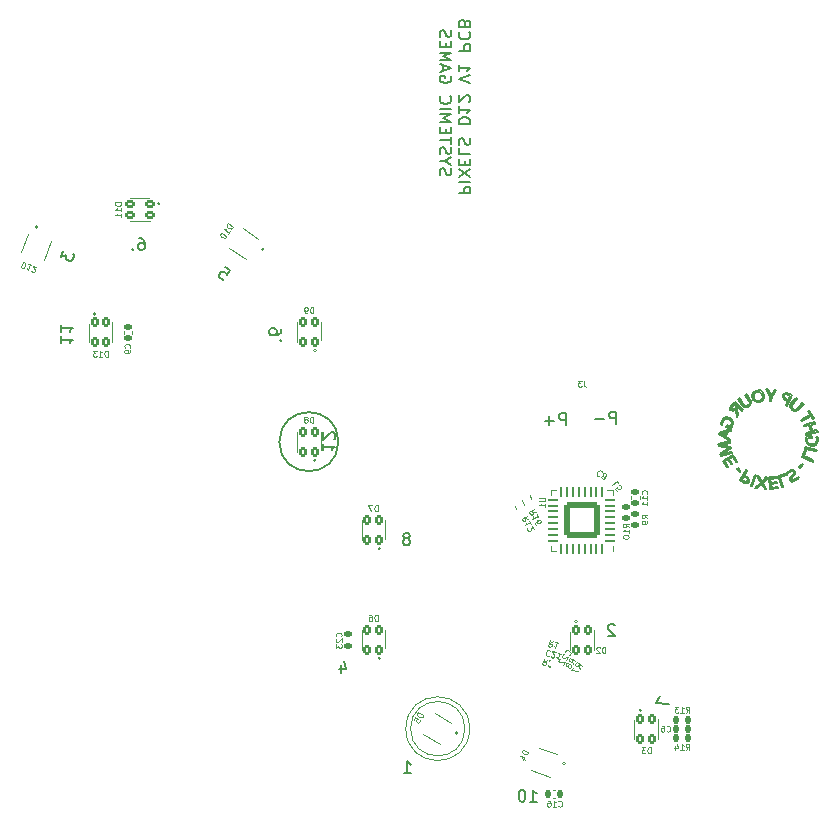
<source format=gbr>
G04 #@! TF.GenerationSoftware,KiCad,Pcbnew,(6.0.1)*
G04 #@! TF.CreationDate,2022-05-29T23:08:32-04:00*
G04 #@! TF.ProjectId,Main-rounded,4d61696e-2d72-46f7-956e-6465642e6b69,10*
G04 #@! TF.SameCoordinates,Original*
G04 #@! TF.FileFunction,Legend,Bot*
G04 #@! TF.FilePolarity,Positive*
%FSLAX46Y46*%
G04 Gerber Fmt 4.6, Leading zero omitted, Abs format (unit mm)*
G04 Created by KiCad (PCBNEW (6.0.1)) date 2022-05-29 23:08:32*
%MOMM*%
%LPD*%
G01*
G04 APERTURE LIST*
G04 Aperture macros list*
%AMRoundRect*
0 Rectangle with rounded corners*
0 $1 Rounding radius*
0 $2 $3 $4 $5 $6 $7 $8 $9 X,Y pos of 4 corners*
0 Add a 4 corners polygon primitive as box body*
4,1,4,$2,$3,$4,$5,$6,$7,$8,$9,$2,$3,0*
0 Add four circle primitives for the rounded corners*
1,1,$1+$1,$2,$3*
1,1,$1+$1,$4,$5*
1,1,$1+$1,$6,$7*
1,1,$1+$1,$8,$9*
0 Add four rect primitives between the rounded corners*
20,1,$1+$1,$2,$3,$4,$5,0*
20,1,$1+$1,$4,$5,$6,$7,0*
20,1,$1+$1,$6,$7,$8,$9,0*
20,1,$1+$1,$8,$9,$2,$3,0*%
%AMRotRect*
0 Rectangle, with rotation*
0 The origin of the aperture is its center*
0 $1 length*
0 $2 width*
0 $3 Rotation angle, in degrees counterclockwise*
0 Add horizontal line*
21,1,$1,$2,0,0,$3*%
G04 Aperture macros list end*
%ADD10C,0.050000*%
%ADD11C,0.173400*%
%ADD12C,0.150000*%
%ADD13C,0.120000*%
%ADD14O,2.000000X4.500000*%
%ADD15C,1.500000*%
%ADD16C,2.000000*%
%ADD17RoundRect,0.120000X-0.332487X-0.015885X0.152487X-0.295885X0.332487X0.015885X-0.152487X0.295885X0*%
%ADD18RoundRect,0.120000X-0.324678X-0.073379X0.201550X-0.264910X0.324678X0.073379X-0.201550X0.264910X0*%
%ADD19RoundRect,0.120000X-0.180000X0.280000X-0.180000X-0.280000X0.180000X-0.280000X0.180000X0.280000X0*%
%ADD20RoundRect,0.140000X0.140000X0.170000X-0.140000X0.170000X-0.140000X-0.170000X0.140000X-0.170000X0*%
%ADD21RoundRect,0.120000X0.180000X-0.280000X0.180000X0.280000X-0.180000X0.280000X-0.180000X-0.280000X0*%
%ADD22RoundRect,0.120000X0.073379X-0.324678X0.264910X0.201550X-0.073379X0.324678X-0.264910X-0.201550X0*%
%ADD23RoundRect,0.147500X0.147500X0.172500X-0.147500X0.172500X-0.147500X-0.172500X0.147500X-0.172500X0*%
%ADD24RoundRect,0.120000X-0.280000X-0.180000X0.280000X-0.180000X0.280000X0.180000X-0.280000X0.180000X0*%
%ADD25RoundRect,0.147500X-0.147500X-0.172500X0.147500X-0.172500X0.147500X0.172500X-0.147500X0.172500X0*%
%ADD26RoundRect,0.147500X0.172500X-0.147500X0.172500X0.147500X-0.172500X0.147500X-0.172500X-0.147500X0*%
%ADD27RoundRect,0.062500X0.062500X-0.375000X0.062500X0.375000X-0.062500X0.375000X-0.062500X-0.375000X0*%
%ADD28RoundRect,0.062500X0.375000X-0.062500X0.375000X0.062500X-0.375000X0.062500X-0.375000X-0.062500X0*%
%ADD29RoundRect,0.249999X1.300001X-1.300001X1.300001X1.300001X-1.300001X1.300001X-1.300001X-1.300001X0*%
%ADD30RoundRect,0.147500X0.213989X0.075639X-0.041489X0.223139X-0.213989X-0.075639X0.041489X-0.223139X0*%
%ADD31RoundRect,0.140000X-0.170000X0.140000X-0.170000X-0.140000X0.170000X-0.140000X0.170000X0.140000X0*%
%ADD32RoundRect,0.147500X-0.172500X0.147500X-0.172500X-0.147500X0.172500X-0.147500X0.172500X0.147500X0*%
%ADD33RoundRect,0.120000X-0.332606X0.013154X0.126119X-0.308049X0.332606X-0.013154X-0.126119X0.308049X0*%
%ADD34RoundRect,0.147500X-0.193586X-0.118477X0.086975X-0.209637X0.193586X0.118477X-0.086975X0.209637X0*%
%ADD35RoundRect,0.147500X-0.052857X0.220723X-0.226254X-0.017937X0.052857X-0.220723X0.226254X0.017937X0*%
%ADD36RoundRect,0.147500X0.193586X0.118477X-0.086975X0.209637X-0.193586X-0.118477X0.086975X-0.209637X0*%
%ADD37RoundRect,0.147500X0.052857X-0.220723X0.226254X0.017937X-0.052857X0.220723X-0.226254X-0.017937X0*%
%ADD38RoundRect,0.135000X-0.226433X0.034323X-0.101761X-0.205170X0.226433X-0.034323X0.101761X0.205170X0*%
%ADD39RoundRect,0.147500X-0.226954X0.002111X-0.037331X-0.223872X0.226954X-0.002111X0.037331X0.223872X0*%
%ADD40RotRect,0.090000X0.090000X32.000000*%
G04 APERTURE END LIST*
D10*
X246150000Y-131940000D02*
G75*
G03*
X246150000Y-131940000I-2300000J0D01*
G01*
X246550000Y-131940000D02*
G75*
G03*
X246550000Y-131940000I-2700000J0D01*
G01*
D11*
X273712000Y-104729000D02*
X273711000Y-104552700D01*
X270838000Y-103431900D02*
X270691000Y-103528700D01*
X268967000Y-104905800D02*
X269122000Y-104815900D01*
X268653000Y-106706201D02*
X267759000Y-106958700D01*
X272002000Y-103858200D02*
X271669000Y-103194100D01*
X271521000Y-111644500D02*
X271271000Y-111210000D01*
X269175000Y-105527100D02*
X269069000Y-104962700D01*
X268779000Y-104664800D02*
X268750000Y-104700100D01*
X267759000Y-106958700D02*
X268181000Y-107191900D01*
X273470000Y-110217000D02*
X273608000Y-110111600D01*
X274746000Y-109606500D02*
X274528000Y-109873900D01*
X272553000Y-111046600D02*
X272564000Y-111149200D01*
X273711000Y-104552700D02*
X273804000Y-104386900D01*
X273700000Y-110912800D02*
X273654000Y-110817500D01*
X268795000Y-106310500D02*
X268759000Y-106386700D01*
X267790000Y-107888900D02*
X268655000Y-108065801D01*
X269122000Y-104815900D02*
X269183000Y-104872700D01*
X274244000Y-110751200D02*
X274364000Y-110617200D01*
X268832000Y-108916300D02*
X268533000Y-109086200D01*
X274934000Y-108369500D02*
X275029000Y-108410300D01*
X271669000Y-103194100D02*
X271815999Y-103203900D01*
X268280000Y-107246001D02*
X268573000Y-107407600D01*
X275674000Y-105674900D02*
X275584000Y-105725800D01*
X276015000Y-107218201D02*
X276035999Y-107317700D01*
X273756999Y-110033900D02*
X273944000Y-110023300D01*
X272113000Y-111533900D02*
X272626000Y-111475100D01*
X274825000Y-108883600D02*
X275635000Y-109231900D01*
X270801000Y-110494800D02*
X270472000Y-111423300D01*
X271284000Y-103365500D02*
X271403000Y-103506700D01*
X268392000Y-105708500D02*
X268206000Y-105708000D01*
X272817000Y-110613300D02*
X273118000Y-111442400D01*
X269069000Y-104962700D02*
X269022000Y-104985900D01*
X273654000Y-110817500D02*
X273679000Y-110641700D01*
X275029000Y-108410300D02*
X274825000Y-108883600D01*
X272075000Y-111205500D02*
X272113000Y-111533900D01*
X270935000Y-103302300D02*
X271118000Y-103299100D01*
X268526000Y-105619300D02*
X268634000Y-105673100D01*
X274722000Y-104353600D02*
X274821000Y-104434100D01*
X270500999Y-103850800D02*
X270496000Y-103665800D01*
X268774000Y-108617201D02*
X267811000Y-108825201D01*
X274364000Y-110617200D02*
X274430000Y-110714600D01*
X276035999Y-107317700D02*
X276045000Y-107495201D01*
X269949000Y-111179200D02*
X269784000Y-111120000D01*
X275458000Y-106803101D02*
X275315000Y-106239000D01*
X270754000Y-111533900D02*
X271208000Y-111101600D01*
X268843000Y-105032300D02*
X268674000Y-104967600D01*
X274979000Y-108117300D02*
X275938000Y-108345700D01*
X274950000Y-108241301D02*
X274979000Y-108117300D01*
X269908000Y-103661100D02*
X270018000Y-103595900D01*
X270120000Y-104569400D02*
X270196999Y-104511600D01*
X271481000Y-103750900D02*
X271485000Y-103935200D01*
X270085000Y-110917400D02*
X270045000Y-110740800D01*
X268750000Y-104700100D02*
X268771000Y-104872900D01*
X275047000Y-107435800D02*
X275055000Y-107351700D01*
X272063000Y-111102800D02*
X272553000Y-111046600D01*
X273289000Y-103500600D02*
X273459000Y-103542100D01*
X275539000Y-107991600D02*
X275419000Y-107978400D01*
X275055000Y-107036900D02*
X275024000Y-106913200D01*
X268704000Y-106260700D02*
X268734000Y-106172401D01*
X268860000Y-108754601D02*
X269182000Y-109323900D01*
X270045000Y-110740800D02*
X269920000Y-110612500D01*
X272387000Y-103240800D02*
X272528000Y-103250000D01*
X268410000Y-109749700D02*
X268320000Y-109800700D01*
X270368000Y-104196800D02*
X270395000Y-104383200D01*
X271098000Y-104287600D02*
X271040000Y-104298900D01*
X273943000Y-104865900D02*
X274024000Y-104918500D01*
X269932000Y-110067100D02*
X270043000Y-110131200D01*
X274341000Y-104823500D02*
X274722000Y-104353600D01*
X268982000Y-104295000D02*
X269700000Y-104970300D01*
X274528000Y-109873900D02*
X274448000Y-109808800D01*
X273267000Y-110340600D02*
X273302000Y-110437700D01*
X268210000Y-106945600D02*
X268315999Y-106922300D01*
X274186000Y-110927100D02*
X274033000Y-111008900D01*
X272535999Y-110597600D02*
X272548000Y-110700300D01*
X268771000Y-104872900D02*
X268787000Y-104886400D01*
X273830000Y-110130600D02*
X273666000Y-110197600D01*
X274326000Y-110819500D02*
X274186000Y-110927100D01*
X275153000Y-107544100D02*
X275218000Y-107725200D01*
X270691000Y-103528700D02*
X270625999Y-103703800D01*
X269183000Y-104872700D02*
X269291000Y-105404900D01*
X271208000Y-111101600D02*
X270895000Y-110558600D01*
X272130000Y-103866100D02*
X272107000Y-104210100D01*
X268181000Y-107191900D02*
X268210000Y-106945600D01*
X270217000Y-104180700D02*
X269908000Y-103661100D01*
X275315000Y-106239000D02*
X274880000Y-106348900D01*
X274087000Y-110140000D02*
X274132000Y-110235400D01*
X268787000Y-104886400D02*
X268967000Y-104905800D01*
X270272000Y-104349700D02*
X270217000Y-104180700D01*
X267880000Y-105910500D02*
X267906000Y-105853300D01*
X271299000Y-104057600D02*
X271355000Y-103892800D01*
X268634000Y-105828800D02*
X268478000Y-105737100D01*
X268580000Y-107718000D02*
X267790000Y-107888900D01*
X269237000Y-109853200D02*
X269484000Y-110092400D01*
X270154000Y-110694900D02*
X270220999Y-110870400D01*
X269920000Y-110612500D02*
X269997000Y-110532700D01*
X273944000Y-110023300D02*
X274087000Y-110140000D01*
X272528000Y-103250000D02*
X272130000Y-103866100D01*
X273824000Y-103704100D02*
X273423000Y-104604600D01*
X269612000Y-105063100D02*
X268972000Y-104460100D01*
X270745000Y-104102500D02*
X270902000Y-104194100D01*
X268160999Y-105590500D02*
X268342000Y-105569600D01*
X269746000Y-104679200D02*
X269622000Y-104535000D01*
X273418000Y-110429700D02*
X273353000Y-110332300D01*
X271815000Y-110691200D02*
X271362000Y-111123800D01*
X273808000Y-110517200D02*
X273913000Y-110446800D01*
X275506999Y-107325100D02*
X275173000Y-107311300D01*
X274201000Y-104932600D02*
X274341000Y-104823500D01*
X272638000Y-111577600D02*
X271998000Y-111650900D01*
X275996000Y-107743200D02*
X275891000Y-107892501D01*
X268759000Y-106386700D02*
X268655000Y-106530400D01*
X276045000Y-107495201D02*
X276040000Y-107557701D01*
X271662000Y-110669100D02*
X271815000Y-110691200D01*
X269700000Y-104970300D02*
X269612000Y-105063100D01*
X273902000Y-104467300D02*
X273849000Y-104548400D01*
X268772000Y-105789700D02*
X268850000Y-105957901D01*
X269622000Y-104535000D02*
X269313000Y-104015400D01*
X275432000Y-105456100D02*
X274664000Y-105890900D01*
X268848000Y-106135601D02*
X268795000Y-106310500D01*
X273307000Y-104552800D02*
X273664000Y-103748900D01*
X273342000Y-103619900D02*
X273196999Y-103720500D01*
X270351999Y-111380500D02*
X270681000Y-110452100D01*
X275415000Y-106213300D02*
X275558000Y-106777701D01*
X271485000Y-103935200D02*
X271420000Y-104101800D01*
X273666000Y-110197600D02*
X273537000Y-110298600D01*
X267626000Y-107019100D02*
X267641000Y-106878801D01*
X275891000Y-107892501D02*
X275729000Y-107974700D01*
X275910999Y-107652500D02*
X275942000Y-107477300D01*
X268320000Y-109800700D02*
X268002000Y-109240200D01*
X275104000Y-107181001D02*
X275512000Y-107197600D01*
X273130000Y-103572400D02*
X273289000Y-103500600D01*
X273981000Y-110210900D02*
X273830000Y-110130600D01*
X273459000Y-103542100D02*
X273824000Y-103704100D01*
X268750000Y-108506301D02*
X268774000Y-108617201D01*
X271271000Y-111210000D02*
X270907000Y-111556000D01*
X270513000Y-103910300D02*
X270500999Y-103850800D01*
D12*
X235440000Y-107640000D02*
G75*
G03*
X235440000Y-107640000I-2500000J0D01*
G01*
D11*
X270063000Y-110970100D02*
X270085000Y-110917400D01*
X268676000Y-108163901D02*
X267960000Y-108676400D01*
X270043000Y-110131200D02*
X269601999Y-110892400D01*
X271674000Y-111666400D02*
X271521000Y-111644500D01*
X273804000Y-104386900D02*
X274185000Y-103917400D01*
X273181000Y-103775400D02*
X273240000Y-103946700D01*
X268736000Y-105980201D02*
X268634000Y-105828800D01*
X268325000Y-106255800D02*
X268635000Y-106384100D01*
X270035000Y-110565300D02*
X270154000Y-110694900D01*
X275942000Y-107477300D02*
X275940000Y-107385601D01*
X275055000Y-107351700D02*
X275104000Y-107181001D01*
X272564000Y-111149200D02*
X272075000Y-111205500D01*
X273834000Y-104726300D02*
X273943000Y-104865900D01*
X268342000Y-105569600D02*
X268526000Y-105619300D01*
X273076000Y-103660600D02*
X273130000Y-103572400D01*
X270472000Y-111423300D02*
X270351999Y-111380500D01*
X272626000Y-111475100D02*
X272638000Y-111577600D01*
X268600999Y-104748600D02*
X268694000Y-104601100D01*
X275808000Y-107797900D02*
X275910999Y-107652500D01*
X270114000Y-111124600D02*
X269949000Y-111179200D01*
X270560000Y-103498800D02*
X270696000Y-103379400D01*
X275804000Y-105983200D02*
X275836000Y-106106700D01*
X273878000Y-104945900D02*
X273807000Y-104880700D01*
X270579000Y-104094400D02*
X270513000Y-103910300D01*
X273240000Y-103946700D02*
X273378000Y-104060900D01*
X268776000Y-109514600D02*
X268686000Y-109565800D01*
X271403000Y-103506700D02*
X271469000Y-103691700D01*
X273981000Y-110386000D02*
X273981000Y-110210900D01*
X271815999Y-103203900D02*
X272070000Y-103736000D01*
X274378000Y-104970100D02*
X274212000Y-105059800D01*
X270696999Y-104235100D02*
X270579000Y-104094400D01*
X274448000Y-109808800D02*
X274665000Y-109541500D01*
X275369000Y-105345200D02*
X275216000Y-105075400D01*
X269291000Y-105404900D02*
X269175000Y-105527100D01*
X267627000Y-107973200D02*
X267593000Y-107815001D01*
X275908000Y-108469700D02*
X274950000Y-108241301D01*
X270178000Y-111042800D02*
X270114000Y-111124600D01*
X274680000Y-108960000D02*
X274934000Y-108369500D01*
X274821000Y-104434100D02*
X274440000Y-104903700D01*
X273806000Y-110841600D02*
X273968000Y-110913400D01*
X267960000Y-108676400D02*
X268750000Y-108506301D01*
X270496000Y-103665800D02*
X270560000Y-103498800D01*
X272998000Y-111485900D02*
X272662000Y-110559700D01*
X270860000Y-104301600D02*
X270696999Y-104235100D01*
X268011000Y-105694400D02*
X268160999Y-105590500D01*
X274284000Y-103997600D02*
X273902000Y-104467300D01*
X269484000Y-110092400D02*
X269413000Y-110166600D01*
X268686000Y-109565800D02*
X268443000Y-109137100D01*
X273051000Y-103836600D02*
X273076000Y-103660600D01*
X274024000Y-104918500D02*
X274201000Y-104932600D01*
X267778000Y-108673600D02*
X268506999Y-108153300D01*
X274129000Y-110841100D02*
X274244000Y-110751200D01*
X275218000Y-107725200D02*
X275366000Y-107832200D01*
X267940000Y-106049400D02*
X267914000Y-106222901D01*
X270681000Y-110452100D02*
X270801000Y-110494800D01*
X273807000Y-104880700D02*
X273712000Y-104729000D01*
X273136000Y-104004000D02*
X273051000Y-103836600D01*
X273302000Y-110437700D02*
X272817000Y-110613300D01*
X270899000Y-103414400D02*
X270838000Y-103431900D01*
X275558000Y-106777701D02*
X275979000Y-106670800D01*
X269951000Y-104623000D02*
X270120000Y-104569400D01*
X270315000Y-104545600D02*
X270173000Y-104658200D01*
X271319000Y-103649800D02*
X271235000Y-103495300D01*
X268694000Y-104601100D02*
X268982000Y-104295000D01*
X269423000Y-103950000D02*
X269732000Y-104469800D01*
X275512000Y-107197600D02*
X275506999Y-107325100D01*
X275150000Y-107450900D02*
X275153000Y-107544100D01*
X269439000Y-110920000D02*
X269932000Y-110067100D01*
X271355000Y-103892800D02*
X271338000Y-103717500D01*
X270625999Y-103703800D02*
X270643000Y-103876600D01*
X273968000Y-110913400D02*
X274129000Y-110841100D01*
X270662000Y-103945400D02*
X270745000Y-104102500D01*
X274601999Y-105779800D02*
X275369000Y-105345200D01*
X276010000Y-106794500D02*
X275055000Y-107036900D01*
X271281000Y-104221400D02*
X271098000Y-104287600D01*
X268277000Y-106373500D02*
X268325000Y-106255800D01*
X273842000Y-111024800D02*
X273700000Y-110912800D01*
X268734000Y-106172401D02*
X268736000Y-105980201D01*
X273423000Y-104604600D02*
X273307000Y-104552800D01*
X272070000Y-103736000D02*
X272387000Y-103240800D01*
X275584000Y-105725800D02*
X275432000Y-105456100D01*
X275940000Y-107385601D02*
X275905000Y-107213700D01*
X275938000Y-108345700D02*
X275908000Y-108469700D01*
X273869000Y-110609000D02*
X273808000Y-110661500D01*
X269022000Y-104985900D02*
X268843000Y-105032300D01*
X268315999Y-106922300D02*
X268280000Y-107246001D01*
X267914000Y-106222901D02*
X267812000Y-106180601D01*
X272662000Y-110559700D02*
X273267000Y-110340600D01*
X270087000Y-104702000D02*
X269912000Y-104738800D01*
X273196999Y-103720500D02*
X273181000Y-103775400D01*
X267812000Y-106180601D02*
X267827000Y-106080100D01*
X270643000Y-103876600D02*
X270662000Y-103945400D01*
X275249000Y-107916500D02*
X275118000Y-107785600D01*
X268155000Y-109300300D02*
X268410000Y-109749700D01*
X275306000Y-105024400D02*
X275674000Y-105674900D01*
X269732000Y-104469800D02*
X269790000Y-104547600D01*
X268557000Y-107547900D02*
X267626000Y-107019100D01*
X268655000Y-108065801D02*
X268676000Y-108163901D01*
X273537000Y-110298600D02*
X273418000Y-110429700D01*
X267906000Y-105853300D02*
X268011000Y-105694400D01*
X275024000Y-106913200D02*
X275458000Y-106803101D01*
X270895000Y-110558600D02*
X271048000Y-110580800D01*
X272548000Y-110700300D02*
X272024000Y-110760600D01*
X271048000Y-110580800D02*
X271298000Y-111015100D01*
X268635000Y-106384100D02*
X268704000Y-106260700D01*
X268972000Y-104460100D02*
X268779000Y-104664800D01*
X275836000Y-106106700D02*
X275415000Y-106213300D01*
X267811000Y-108825201D02*
X267778000Y-108673600D01*
X270395000Y-104383200D02*
X270315000Y-104545600D01*
X270173000Y-104658200D02*
X270087000Y-104702000D01*
X270018000Y-103595900D02*
X270327000Y-104115500D01*
X273664000Y-103748900D02*
X273426000Y-103643000D01*
X275585000Y-109349100D02*
X274680000Y-108960000D01*
X273118000Y-111442400D02*
X272998000Y-111485900D01*
X271235000Y-103495300D02*
X271076000Y-103406000D01*
X268533000Y-109086200D02*
X268776000Y-109514600D01*
X268556000Y-107607100D02*
X268580000Y-107718000D01*
X274880000Y-106348900D02*
X274849000Y-106225501D01*
X268206000Y-105708000D02*
X268059000Y-105808900D01*
X273353000Y-110332300D02*
X273470000Y-110217000D01*
X275979000Y-106670800D02*
X276010000Y-106794500D01*
X273608000Y-110111600D02*
X273756999Y-110033900D01*
X271362000Y-111123800D02*
X271674000Y-111666400D01*
X272024000Y-110760600D02*
X272063000Y-111102800D01*
X269313000Y-104015400D02*
X269423000Y-103950000D01*
X270696000Y-103379400D02*
X270875999Y-103313800D01*
X269165000Y-109927500D02*
X269237000Y-109853200D01*
X271980000Y-104202000D02*
X272002000Y-103858200D01*
X273679000Y-110641700D02*
X273808000Y-110517200D01*
X273426000Y-103643000D02*
X273342000Y-103619900D01*
X274106000Y-110412300D02*
X273974000Y-110538600D01*
X274185000Y-103917400D02*
X274284000Y-103997600D01*
X275905000Y-107213700D02*
X276015000Y-107218201D01*
X268443000Y-109137100D02*
X268155000Y-109300300D01*
X269908000Y-111054800D02*
X270063000Y-110970100D01*
X269413000Y-110166600D02*
X269165000Y-109927500D01*
X271118000Y-103299100D02*
X271284000Y-103365500D01*
X268655000Y-106530400D02*
X268277000Y-106373500D01*
X273849000Y-104548400D02*
X273834000Y-104726300D01*
X268634000Y-105673100D02*
X268772000Y-105789700D01*
X273378000Y-104060900D02*
X273310000Y-104148500D01*
X269912000Y-104738800D02*
X269746000Y-104679200D01*
X269182000Y-109323900D02*
X269092000Y-109375000D01*
X270220999Y-110870400D02*
X270178000Y-111042800D01*
X268478000Y-105737100D02*
X268392000Y-105708500D01*
X269601999Y-110892400D02*
X269827000Y-111023100D01*
X274849000Y-106225501D02*
X275804000Y-105983200D01*
X276040000Y-107557701D02*
X275996000Y-107743200D01*
X275118000Y-107785600D02*
X275058000Y-107618300D01*
X273808000Y-110661500D02*
X273806000Y-110841600D01*
X267970000Y-105962701D02*
X267940000Y-106049400D01*
X269997000Y-110532700D02*
X270035000Y-110565300D01*
X271420000Y-104101800D02*
X271281000Y-104221400D01*
X271886000Y-110672300D02*
X272535999Y-110597600D01*
X267593000Y-107815001D02*
X268556000Y-107607100D01*
X275635000Y-109231900D02*
X275585000Y-109349100D01*
X270196999Y-104511600D02*
X270272000Y-104349700D01*
X270907000Y-111556000D02*
X270754000Y-111533900D01*
X275366000Y-107832200D02*
X275544000Y-107864300D01*
X274430000Y-110714600D02*
X274326000Y-110819500D01*
X268002000Y-109240200D02*
X268860000Y-108754601D01*
X267641000Y-106878801D02*
X268668000Y-106574500D01*
X275634000Y-107861700D02*
X275808000Y-107797900D01*
X269092000Y-109375000D02*
X268832000Y-108916300D01*
X271998000Y-111650900D02*
X271886000Y-110672300D01*
X271075000Y-104186900D02*
X271156000Y-104162000D01*
X274132000Y-110235400D02*
X274106000Y-110412300D01*
X273268000Y-104120200D02*
X273136000Y-104004000D01*
X268850000Y-105957901D02*
X268848000Y-106135601D01*
X268059000Y-105808900D02*
X267970000Y-105962701D01*
X271156000Y-104162000D02*
X271299000Y-104057600D01*
X275544000Y-107864300D02*
X275634000Y-107861700D01*
X274033000Y-111008900D02*
X273842000Y-111024800D01*
X273974000Y-110538600D02*
X273869000Y-110609000D01*
X274032000Y-105040200D02*
X273878000Y-104945900D01*
X270902000Y-104194100D02*
X271075000Y-104186900D01*
X275058000Y-107618300D02*
X275047000Y-107435800D01*
X274212000Y-105059800D02*
X274032000Y-105040200D01*
X269827000Y-111023100D02*
X269908000Y-111054800D01*
X268636000Y-104926500D02*
X268600999Y-104748600D01*
X274440000Y-104903700D02*
X274378000Y-104970100D01*
X269784000Y-111120000D02*
X269439000Y-110920000D01*
X271040000Y-104298900D02*
X270860000Y-104301600D01*
X273913000Y-110446800D02*
X273981000Y-110386000D01*
X275173000Y-107311300D02*
X275150000Y-107450900D01*
X271298000Y-111015100D02*
X271662000Y-110669100D01*
X275419000Y-107978400D02*
X275249000Y-107916500D01*
X268668000Y-106574500D02*
X268653000Y-106706201D01*
X270875999Y-103313800D02*
X270935000Y-103302300D01*
X273310000Y-104148500D02*
X273268000Y-104120200D01*
X274664000Y-105890900D02*
X274601999Y-105779800D01*
X269790000Y-104547600D02*
X269951000Y-104623000D01*
X270327000Y-104115500D02*
X270368000Y-104196800D01*
X268506999Y-108153300D02*
X267627000Y-107973200D01*
X271338000Y-103717500D02*
X271319000Y-103649800D01*
X268674000Y-104967600D02*
X268636000Y-104926500D01*
X271469000Y-103691700D02*
X271481000Y-103750900D01*
X275729000Y-107974700D02*
X275539000Y-107991600D01*
X267827000Y-106080100D02*
X267880000Y-105910500D01*
X274665000Y-109541500D02*
X274746000Y-109606500D01*
X275216000Y-105075400D02*
X275306000Y-105024400D01*
X268573000Y-107407600D02*
X268557000Y-107547900D01*
X272107000Y-104210100D02*
X271980000Y-104202000D01*
X271076000Y-103406000D02*
X270899000Y-103414400D01*
D12*
X212149413Y-91459472D02*
X211937686Y-92041186D01*
X212409671Y-91858249D01*
X212360811Y-91992491D01*
X212372985Y-92098272D01*
X212401445Y-92159306D01*
X212474653Y-92236626D01*
X212698389Y-92318060D01*
X212804171Y-92305886D01*
X212865205Y-92277425D01*
X212942525Y-92204217D01*
X213040245Y-91935734D01*
X213028071Y-91829953D01*
X212999611Y-91768919D01*
X241004285Y-135712380D02*
X241575714Y-135712380D01*
X241290000Y-135712380D02*
X241290000Y-134712380D01*
X241385238Y-134855238D01*
X241480476Y-134950476D01*
X241575714Y-134998095D01*
X211977619Y-98710476D02*
X211977619Y-99281904D01*
X211977619Y-98996190D02*
X212977619Y-98996190D01*
X212834761Y-99091428D01*
X212739523Y-99186666D01*
X212691904Y-99281904D01*
X211977619Y-97758095D02*
X211977619Y-98329523D01*
X211977619Y-98043809D02*
X212977619Y-98043809D01*
X212834761Y-98139047D01*
X212739523Y-98234285D01*
X212691904Y-98329523D01*
X230592380Y-98141428D02*
X230592380Y-98331904D01*
X230544761Y-98427142D01*
X230497142Y-98474761D01*
X230354285Y-98570000D01*
X230163809Y-98617619D01*
X229782857Y-98617619D01*
X229687619Y-98570000D01*
X229640000Y-98522380D01*
X229592380Y-98427142D01*
X229592380Y-98236666D01*
X229640000Y-98141428D01*
X229687619Y-98093809D01*
X229782857Y-98046190D01*
X230020952Y-98046190D01*
X230116190Y-98093809D01*
X230163809Y-98141428D01*
X230211428Y-98236666D01*
X230211428Y-98427142D01*
X230163809Y-98522380D01*
X230116190Y-98570000D01*
X230020952Y-98617619D01*
X230497142Y-99046190D02*
X230544761Y-99093809D01*
X230592380Y-99046190D01*
X230544761Y-98998571D01*
X230497142Y-99046190D01*
X230592380Y-99046190D01*
X225839065Y-92864850D02*
X226229137Y-93137982D01*
X225995013Y-93555368D01*
X225983319Y-93489047D01*
X225932617Y-93395414D01*
X225737581Y-93258848D01*
X225632253Y-93243229D01*
X225565933Y-93254923D01*
X225472299Y-93305624D01*
X225335734Y-93500660D01*
X225320115Y-93605988D01*
X225331809Y-93672308D01*
X225382510Y-93765942D01*
X225577546Y-93902508D01*
X225682874Y-93918127D01*
X225749194Y-93906433D01*
X258930952Y-106122380D02*
X258930952Y-105122380D01*
X258550000Y-105122380D01*
X258454761Y-105170000D01*
X258407142Y-105217619D01*
X258359523Y-105312857D01*
X258359523Y-105455714D01*
X258407142Y-105550952D01*
X258454761Y-105598571D01*
X258550000Y-105646190D01*
X258930952Y-105646190D01*
X257930952Y-105741428D02*
X257169047Y-105741428D01*
X234167619Y-107810476D02*
X234167619Y-108381904D01*
X234167619Y-108096190D02*
X235167619Y-108096190D01*
X235024761Y-108191428D01*
X234929523Y-108286666D01*
X234881904Y-108381904D01*
X235072380Y-107429523D02*
X235120000Y-107381904D01*
X235167619Y-107286666D01*
X235167619Y-107048571D01*
X235120000Y-106953333D01*
X235072380Y-106905714D01*
X234977142Y-106858095D01*
X234881904Y-106858095D01*
X234739047Y-106905714D01*
X234167619Y-107477142D01*
X234167619Y-106858095D01*
X218567619Y-90412380D02*
X218758095Y-90412380D01*
X218853333Y-90460000D01*
X218900952Y-90507619D01*
X218996190Y-90650476D01*
X219043809Y-90840952D01*
X219043809Y-91221904D01*
X218996190Y-91317142D01*
X218948571Y-91364761D01*
X218853333Y-91412380D01*
X218662857Y-91412380D01*
X218567619Y-91364761D01*
X218520000Y-91317142D01*
X218472380Y-91221904D01*
X218472380Y-90983809D01*
X218520000Y-90888571D01*
X218567619Y-90840952D01*
X218662857Y-90793333D01*
X218853333Y-90793333D01*
X218948571Y-90840952D01*
X218996190Y-90888571D01*
X219043809Y-90983809D01*
X218043809Y-91317142D02*
X217996190Y-91364761D01*
X218043809Y-91412380D01*
X218091428Y-91364761D01*
X218043809Y-91317142D01*
X218043809Y-91412380D01*
X251660476Y-138122380D02*
X252231904Y-138122380D01*
X251946190Y-138122380D02*
X251946190Y-137122380D01*
X252041428Y-137265238D01*
X252136666Y-137360476D01*
X252231904Y-137408095D01*
X251041428Y-137122380D02*
X250946190Y-137122380D01*
X250850952Y-137170000D01*
X250803333Y-137217619D01*
X250755714Y-137312857D01*
X250708095Y-137503333D01*
X250708095Y-137741428D01*
X250755714Y-137931904D01*
X250803333Y-138027142D01*
X250850952Y-138074761D01*
X250946190Y-138122380D01*
X251041428Y-138122380D01*
X251136666Y-138074761D01*
X251184285Y-138027142D01*
X251231904Y-137931904D01*
X251279523Y-137741428D01*
X251279523Y-137503333D01*
X251231904Y-137312857D01*
X251184285Y-137217619D01*
X251136666Y-137170000D01*
X251041428Y-137122380D01*
X258825714Y-123197619D02*
X258778095Y-123150000D01*
X258682857Y-123102380D01*
X258444761Y-123102380D01*
X258349523Y-123150000D01*
X258301904Y-123197619D01*
X258254285Y-123292857D01*
X258254285Y-123388095D01*
X258301904Y-123530952D01*
X258873333Y-124102380D01*
X258254285Y-124102380D01*
X235639523Y-126555714D02*
X235639523Y-127222380D01*
X235877619Y-126174761D02*
X236115714Y-126889047D01*
X235496666Y-126889047D01*
X254680952Y-106242380D02*
X254680952Y-105242380D01*
X254300000Y-105242380D01*
X254204761Y-105290000D01*
X254157142Y-105337619D01*
X254109523Y-105432857D01*
X254109523Y-105575714D01*
X254157142Y-105670952D01*
X254204761Y-105718571D01*
X254300000Y-105766190D01*
X254680952Y-105766190D01*
X253680952Y-105861428D02*
X252919047Y-105861428D01*
X253300000Y-106242380D02*
X253300000Y-105480476D01*
X262662414Y-129147515D02*
X262329081Y-129724865D01*
X263409392Y-129853711D01*
X241295238Y-115830952D02*
X241390476Y-115783333D01*
X241438095Y-115735714D01*
X241485714Y-115640476D01*
X241485714Y-115592857D01*
X241438095Y-115497619D01*
X241390476Y-115450000D01*
X241295238Y-115402380D01*
X241104761Y-115402380D01*
X241009523Y-115450000D01*
X240961904Y-115497619D01*
X240914285Y-115592857D01*
X240914285Y-115640476D01*
X240961904Y-115735714D01*
X241009523Y-115783333D01*
X241104761Y-115830952D01*
X241295238Y-115830952D01*
X241390476Y-115878571D01*
X241438095Y-115926190D01*
X241485714Y-116021428D01*
X241485714Y-116211904D01*
X241438095Y-116307142D01*
X241390476Y-116354761D01*
X241295238Y-116402380D01*
X241104761Y-116402380D01*
X241009523Y-116354761D01*
X240961904Y-116307142D01*
X240914285Y-116211904D01*
X240914285Y-116021428D01*
X240961904Y-115926190D01*
X241009523Y-115878571D01*
X241104761Y-115830952D01*
X245622619Y-86619523D02*
X246622619Y-86619523D01*
X246622619Y-86238571D01*
X246575000Y-86143333D01*
X246527380Y-86095714D01*
X246432142Y-86048095D01*
X246289285Y-86048095D01*
X246194047Y-86095714D01*
X246146428Y-86143333D01*
X246098809Y-86238571D01*
X246098809Y-86619523D01*
X245622619Y-85619523D02*
X246622619Y-85619523D01*
X246622619Y-85238571D02*
X245622619Y-84571904D01*
X246622619Y-84571904D02*
X245622619Y-85238571D01*
X246146428Y-84190952D02*
X246146428Y-83857619D01*
X245622619Y-83714761D02*
X245622619Y-84190952D01*
X246622619Y-84190952D01*
X246622619Y-83714761D01*
X245622619Y-82810000D02*
X245622619Y-83286190D01*
X246622619Y-83286190D01*
X245670238Y-82524285D02*
X245622619Y-82381428D01*
X245622619Y-82143333D01*
X245670238Y-82048095D01*
X245717857Y-82000476D01*
X245813095Y-81952857D01*
X245908333Y-81952857D01*
X246003571Y-82000476D01*
X246051190Y-82048095D01*
X246098809Y-82143333D01*
X246146428Y-82333809D01*
X246194047Y-82429047D01*
X246241666Y-82476666D01*
X246336904Y-82524285D01*
X246432142Y-82524285D01*
X246527380Y-82476666D01*
X246575000Y-82429047D01*
X246622619Y-82333809D01*
X246622619Y-82095714D01*
X246575000Y-81952857D01*
X245622619Y-80762380D02*
X246622619Y-80762380D01*
X246622619Y-80524285D01*
X246575000Y-80381428D01*
X246479761Y-80286190D01*
X246384523Y-80238571D01*
X246194047Y-80190952D01*
X246051190Y-80190952D01*
X245860714Y-80238571D01*
X245765476Y-80286190D01*
X245670238Y-80381428D01*
X245622619Y-80524285D01*
X245622619Y-80762380D01*
X245622619Y-79238571D02*
X245622619Y-79810000D01*
X245622619Y-79524285D02*
X246622619Y-79524285D01*
X246479761Y-79619523D01*
X246384523Y-79714761D01*
X246336904Y-79810000D01*
X246527380Y-78857619D02*
X246575000Y-78810000D01*
X246622619Y-78714761D01*
X246622619Y-78476666D01*
X246575000Y-78381428D01*
X246527380Y-78333809D01*
X246432142Y-78286190D01*
X246336904Y-78286190D01*
X246194047Y-78333809D01*
X245622619Y-78905238D01*
X245622619Y-78286190D01*
X246622619Y-77238571D02*
X245622619Y-76905238D01*
X246622619Y-76571904D01*
X245622619Y-75714761D02*
X245622619Y-76286190D01*
X245622619Y-76000476D02*
X246622619Y-76000476D01*
X246479761Y-76095714D01*
X246384523Y-76190952D01*
X246336904Y-76286190D01*
X245622619Y-74524285D02*
X246622619Y-74524285D01*
X246622619Y-74143333D01*
X246575000Y-74048095D01*
X246527380Y-74000476D01*
X246432142Y-73952857D01*
X246289285Y-73952857D01*
X246194047Y-74000476D01*
X246146428Y-74048095D01*
X246098809Y-74143333D01*
X246098809Y-74524285D01*
X245717857Y-72952857D02*
X245670238Y-73000476D01*
X245622619Y-73143333D01*
X245622619Y-73238571D01*
X245670238Y-73381428D01*
X245765476Y-73476666D01*
X245860714Y-73524285D01*
X246051190Y-73571904D01*
X246194047Y-73571904D01*
X246384523Y-73524285D01*
X246479761Y-73476666D01*
X246575000Y-73381428D01*
X246622619Y-73238571D01*
X246622619Y-73143333D01*
X246575000Y-73000476D01*
X246527380Y-72952857D01*
X246146428Y-72190952D02*
X246098809Y-72048095D01*
X246051190Y-72000476D01*
X245955952Y-71952857D01*
X245813095Y-71952857D01*
X245717857Y-72000476D01*
X245670238Y-72048095D01*
X245622619Y-72143333D01*
X245622619Y-72524285D01*
X246622619Y-72524285D01*
X246622619Y-72190952D01*
X246575000Y-72095714D01*
X246527380Y-72048095D01*
X246432142Y-72000476D01*
X246336904Y-72000476D01*
X246241666Y-72048095D01*
X246194047Y-72095714D01*
X246146428Y-72190952D01*
X246146428Y-72524285D01*
X244060238Y-85071904D02*
X244012619Y-84929047D01*
X244012619Y-84690952D01*
X244060238Y-84595714D01*
X244107857Y-84548095D01*
X244203095Y-84500476D01*
X244298333Y-84500476D01*
X244393571Y-84548095D01*
X244441190Y-84595714D01*
X244488809Y-84690952D01*
X244536428Y-84881428D01*
X244584047Y-84976666D01*
X244631666Y-85024285D01*
X244726904Y-85071904D01*
X244822142Y-85071904D01*
X244917380Y-85024285D01*
X244965000Y-84976666D01*
X245012619Y-84881428D01*
X245012619Y-84643333D01*
X244965000Y-84500476D01*
X244488809Y-83881428D02*
X244012619Y-83881428D01*
X245012619Y-84214761D02*
X244488809Y-83881428D01*
X245012619Y-83548095D01*
X244060238Y-83262380D02*
X244012619Y-83119523D01*
X244012619Y-82881428D01*
X244060238Y-82786190D01*
X244107857Y-82738571D01*
X244203095Y-82690952D01*
X244298333Y-82690952D01*
X244393571Y-82738571D01*
X244441190Y-82786190D01*
X244488809Y-82881428D01*
X244536428Y-83071904D01*
X244584047Y-83167142D01*
X244631666Y-83214761D01*
X244726904Y-83262380D01*
X244822142Y-83262380D01*
X244917380Y-83214761D01*
X244965000Y-83167142D01*
X245012619Y-83071904D01*
X245012619Y-82833809D01*
X244965000Y-82690952D01*
X245012619Y-82405238D02*
X245012619Y-81833809D01*
X244012619Y-82119523D02*
X245012619Y-82119523D01*
X244536428Y-81500476D02*
X244536428Y-81167142D01*
X244012619Y-81024285D02*
X244012619Y-81500476D01*
X245012619Y-81500476D01*
X245012619Y-81024285D01*
X244012619Y-80595714D02*
X245012619Y-80595714D01*
X244298333Y-80262380D01*
X245012619Y-79929047D01*
X244012619Y-79929047D01*
X244012619Y-79452857D02*
X245012619Y-79452857D01*
X244107857Y-78405238D02*
X244060238Y-78452857D01*
X244012619Y-78595714D01*
X244012619Y-78690952D01*
X244060238Y-78833809D01*
X244155476Y-78929047D01*
X244250714Y-78976666D01*
X244441190Y-79024285D01*
X244584047Y-79024285D01*
X244774523Y-78976666D01*
X244869761Y-78929047D01*
X244965000Y-78833809D01*
X245012619Y-78690952D01*
X245012619Y-78595714D01*
X244965000Y-78452857D01*
X244917380Y-78405238D01*
X244965000Y-76690952D02*
X245012619Y-76786190D01*
X245012619Y-76929047D01*
X244965000Y-77071904D01*
X244869761Y-77167142D01*
X244774523Y-77214761D01*
X244584047Y-77262380D01*
X244441190Y-77262380D01*
X244250714Y-77214761D01*
X244155476Y-77167142D01*
X244060238Y-77071904D01*
X244012619Y-76929047D01*
X244012619Y-76833809D01*
X244060238Y-76690952D01*
X244107857Y-76643333D01*
X244441190Y-76643333D01*
X244441190Y-76833809D01*
X244298333Y-76262380D02*
X244298333Y-75786190D01*
X244012619Y-76357619D02*
X245012619Y-76024285D01*
X244012619Y-75690952D01*
X244012619Y-75357619D02*
X245012619Y-75357619D01*
X244298333Y-75024285D01*
X245012619Y-74690952D01*
X244012619Y-74690952D01*
X244536428Y-74214761D02*
X244536428Y-73881428D01*
X244012619Y-73738571D02*
X244012619Y-74214761D01*
X245012619Y-74214761D01*
X245012619Y-73738571D01*
X244060238Y-73357619D02*
X244012619Y-73214761D01*
X244012619Y-72976666D01*
X244060238Y-72881428D01*
X244107857Y-72833809D01*
X244203095Y-72786190D01*
X244298333Y-72786190D01*
X244393571Y-72833809D01*
X244441190Y-72881428D01*
X244488809Y-72976666D01*
X244536428Y-73167142D01*
X244584047Y-73262380D01*
X244631666Y-73310000D01*
X244726904Y-73357619D01*
X244822142Y-73357619D01*
X244917380Y-73310000D01*
X244965000Y-73262380D01*
X245012619Y-73167142D01*
X245012619Y-72929047D01*
X244965000Y-72786190D01*
D13*
X256236666Y-102476190D02*
X256236666Y-102833333D01*
X256260476Y-102904761D01*
X256308095Y-102952380D01*
X256379523Y-102976190D01*
X256427142Y-102976190D01*
X256046190Y-102476190D02*
X255736666Y-102476190D01*
X255903333Y-102666666D01*
X255831904Y-102666666D01*
X255784285Y-102690476D01*
X255760476Y-102714285D01*
X255736666Y-102761904D01*
X255736666Y-102880952D01*
X255760476Y-102928571D01*
X255784285Y-102952380D01*
X255831904Y-102976190D01*
X255974761Y-102976190D01*
X256022380Y-102952380D01*
X256046190Y-102928571D01*
X242628263Y-130808490D02*
X242195250Y-130558490D01*
X242135726Y-130661588D01*
X242120632Y-130735352D01*
X242138062Y-130800401D01*
X242167396Y-130844830D01*
X242237970Y-130913069D01*
X242299829Y-130948783D01*
X242394212Y-130975782D01*
X242447356Y-130978972D01*
X242512405Y-130961543D01*
X242568739Y-130911588D01*
X242628263Y-130808490D01*
X241826203Y-131197699D02*
X241945250Y-130991503D01*
X242163352Y-131089931D01*
X242130827Y-131098646D01*
X242086398Y-131127980D01*
X242026874Y-131231078D01*
X242023684Y-131284223D01*
X242032399Y-131316747D01*
X242061734Y-131361176D01*
X242164832Y-131420700D01*
X242217976Y-131423890D01*
X242250500Y-131415175D01*
X242294930Y-131385840D01*
X242354453Y-131282742D01*
X242357643Y-131229598D01*
X242348928Y-131197074D01*
X251516242Y-133907833D02*
X251046395Y-133736823D01*
X251005679Y-133848691D01*
X251003622Y-133923955D01*
X251032083Y-133984989D01*
X251068687Y-134023649D01*
X251150038Y-134078596D01*
X251217159Y-134103026D01*
X251314797Y-134113226D01*
X251367687Y-134107139D01*
X251428721Y-134078679D01*
X251475525Y-134019701D01*
X251516242Y-133907833D01*
X250958711Y-134465035D02*
X251271942Y-134579042D01*
X250820438Y-134288020D02*
X251196760Y-134298302D01*
X251090896Y-134589159D01*
X238769047Y-122806190D02*
X238769047Y-122306190D01*
X238650000Y-122306190D01*
X238578571Y-122330000D01*
X238530952Y-122377619D01*
X238507142Y-122425238D01*
X238483333Y-122520476D01*
X238483333Y-122591904D01*
X238507142Y-122687142D01*
X238530952Y-122734761D01*
X238578571Y-122782380D01*
X238650000Y-122806190D01*
X238769047Y-122806190D01*
X238054761Y-122306190D02*
X238150000Y-122306190D01*
X238197619Y-122330000D01*
X238221428Y-122353809D01*
X238269047Y-122425238D01*
X238292857Y-122520476D01*
X238292857Y-122710952D01*
X238269047Y-122758571D01*
X238245238Y-122782380D01*
X238197619Y-122806190D01*
X238102380Y-122806190D01*
X238054761Y-122782380D01*
X238030952Y-122758571D01*
X238007142Y-122710952D01*
X238007142Y-122591904D01*
X238030952Y-122544285D01*
X238054761Y-122520476D01*
X238102380Y-122496666D01*
X238197619Y-122496666D01*
X238245238Y-122520476D01*
X238269047Y-122544285D01*
X238292857Y-122591904D01*
X254071428Y-138488571D02*
X254095238Y-138512380D01*
X254166666Y-138536190D01*
X254214285Y-138536190D01*
X254285714Y-138512380D01*
X254333333Y-138464761D01*
X254357142Y-138417142D01*
X254380952Y-138321904D01*
X254380952Y-138250476D01*
X254357142Y-138155238D01*
X254333333Y-138107619D01*
X254285714Y-138060000D01*
X254214285Y-138036190D01*
X254166666Y-138036190D01*
X254095238Y-138060000D01*
X254071428Y-138083809D01*
X253595238Y-138536190D02*
X253880952Y-138536190D01*
X253738095Y-138536190D02*
X253738095Y-138036190D01*
X253785714Y-138107619D01*
X253833333Y-138155238D01*
X253880952Y-138179047D01*
X253166666Y-138036190D02*
X253261904Y-138036190D01*
X253309523Y-138060000D01*
X253333333Y-138083809D01*
X253380952Y-138155238D01*
X253404761Y-138250476D01*
X253404761Y-138440952D01*
X253380952Y-138488571D01*
X253357142Y-138512380D01*
X253309523Y-138536190D01*
X253214285Y-138536190D01*
X253166666Y-138512380D01*
X253142857Y-138488571D01*
X253119047Y-138440952D01*
X253119047Y-138321904D01*
X253142857Y-138274285D01*
X253166666Y-138250476D01*
X253214285Y-138226666D01*
X253309523Y-138226666D01*
X253357142Y-138250476D01*
X253380952Y-138274285D01*
X253404761Y-138321904D01*
X258049047Y-125526190D02*
X258049047Y-125026190D01*
X257930000Y-125026190D01*
X257858571Y-125050000D01*
X257810952Y-125097619D01*
X257787142Y-125145238D01*
X257763333Y-125240476D01*
X257763333Y-125311904D01*
X257787142Y-125407142D01*
X257810952Y-125454761D01*
X257858571Y-125502380D01*
X257930000Y-125526190D01*
X258049047Y-125526190D01*
X257572857Y-125073809D02*
X257549047Y-125050000D01*
X257501428Y-125026190D01*
X257382380Y-125026190D01*
X257334761Y-125050000D01*
X257310952Y-125073809D01*
X257287142Y-125121428D01*
X257287142Y-125169047D01*
X257310952Y-125240476D01*
X257596666Y-125526190D01*
X257287142Y-125526190D01*
X238769047Y-113526190D02*
X238769047Y-113026190D01*
X238650000Y-113026190D01*
X238578571Y-113050000D01*
X238530952Y-113097619D01*
X238507142Y-113145238D01*
X238483333Y-113240476D01*
X238483333Y-113311904D01*
X238507142Y-113407142D01*
X238530952Y-113454761D01*
X238578571Y-113502380D01*
X238650000Y-113526190D01*
X238769047Y-113526190D01*
X238316666Y-113026190D02*
X237983333Y-113026190D01*
X238197619Y-113526190D01*
X215907142Y-100446190D02*
X215907142Y-99946190D01*
X215788095Y-99946190D01*
X215716666Y-99970000D01*
X215669047Y-100017619D01*
X215645238Y-100065238D01*
X215621428Y-100160476D01*
X215621428Y-100231904D01*
X215645238Y-100327142D01*
X215669047Y-100374761D01*
X215716666Y-100422380D01*
X215788095Y-100446190D01*
X215907142Y-100446190D01*
X215145238Y-100446190D02*
X215430952Y-100446190D01*
X215288095Y-100446190D02*
X215288095Y-99946190D01*
X215335714Y-100017619D01*
X215383333Y-100065238D01*
X215430952Y-100089047D01*
X214978571Y-99946190D02*
X214669047Y-99946190D01*
X214835714Y-100136666D01*
X214764285Y-100136666D01*
X214716666Y-100160476D01*
X214692857Y-100184285D01*
X214669047Y-100231904D01*
X214669047Y-100350952D01*
X214692857Y-100398571D01*
X214716666Y-100422380D01*
X214764285Y-100446190D01*
X214907142Y-100446190D01*
X214954761Y-100422380D01*
X214978571Y-100398571D01*
X208714097Y-92414128D02*
X208543086Y-92883974D01*
X208654955Y-92924691D01*
X208730219Y-92926747D01*
X208791253Y-92898287D01*
X208829913Y-92861683D01*
X208884860Y-92780332D01*
X208909290Y-92713211D01*
X208919490Y-92615573D01*
X208913403Y-92562682D01*
X208884942Y-92501648D01*
X208825965Y-92454845D01*
X208714097Y-92414128D01*
X209430053Y-92674715D02*
X209161569Y-92576995D01*
X209295811Y-92625855D02*
X209124801Y-93095701D01*
X209104484Y-93012293D01*
X209076023Y-92951259D01*
X209039419Y-92912599D01*
X209454318Y-93164960D02*
X209468549Y-93195477D01*
X209505153Y-93234138D01*
X209617021Y-93274854D01*
X209669911Y-93268767D01*
X209700428Y-93254537D01*
X209739089Y-93217933D01*
X209755375Y-93173186D01*
X209757432Y-93097922D01*
X209586668Y-92731718D01*
X209877525Y-92837581D01*
X233319047Y-96746190D02*
X233319047Y-96246190D01*
X233200000Y-96246190D01*
X233128571Y-96270000D01*
X233080952Y-96317619D01*
X233057142Y-96365238D01*
X233033333Y-96460476D01*
X233033333Y-96531904D01*
X233057142Y-96627142D01*
X233080952Y-96674761D01*
X233128571Y-96722380D01*
X233200000Y-96746190D01*
X233319047Y-96746190D01*
X232795238Y-96746190D02*
X232700000Y-96746190D01*
X232652380Y-96722380D01*
X232628571Y-96698571D01*
X232580952Y-96627142D01*
X232557142Y-96531904D01*
X232557142Y-96341428D01*
X232580952Y-96293809D01*
X232604761Y-96270000D01*
X232652380Y-96246190D01*
X232747619Y-96246190D01*
X232795238Y-96270000D01*
X232819047Y-96293809D01*
X232842857Y-96341428D01*
X232842857Y-96460476D01*
X232819047Y-96508095D01*
X232795238Y-96531904D01*
X232747619Y-96555714D01*
X232652380Y-96555714D01*
X232604761Y-96531904D01*
X232580952Y-96508095D01*
X232557142Y-96460476D01*
X233309047Y-106026190D02*
X233309047Y-105526190D01*
X233190000Y-105526190D01*
X233118571Y-105550000D01*
X233070952Y-105597619D01*
X233047142Y-105645238D01*
X233023333Y-105740476D01*
X233023333Y-105811904D01*
X233047142Y-105907142D01*
X233070952Y-105954761D01*
X233118571Y-106002380D01*
X233190000Y-106026190D01*
X233309047Y-106026190D01*
X232737619Y-105740476D02*
X232785238Y-105716666D01*
X232809047Y-105692857D01*
X232832857Y-105645238D01*
X232832857Y-105621428D01*
X232809047Y-105573809D01*
X232785238Y-105550000D01*
X232737619Y-105526190D01*
X232642380Y-105526190D01*
X232594761Y-105550000D01*
X232570952Y-105573809D01*
X232547142Y-105621428D01*
X232547142Y-105645238D01*
X232570952Y-105692857D01*
X232594761Y-105716666D01*
X232642380Y-105740476D01*
X232737619Y-105740476D01*
X232785238Y-105764285D01*
X232809047Y-105788095D01*
X232832857Y-105835714D01*
X232832857Y-105930952D01*
X232809047Y-105978571D01*
X232785238Y-106002380D01*
X232737619Y-106026190D01*
X232642380Y-106026190D01*
X232594761Y-106002380D01*
X232570952Y-105978571D01*
X232547142Y-105930952D01*
X232547142Y-105835714D01*
X232570952Y-105788095D01*
X232594761Y-105764285D01*
X232642380Y-105740476D01*
X264861428Y-133736190D02*
X265028095Y-133498095D01*
X265147142Y-133736190D02*
X265147142Y-133236190D01*
X264956666Y-133236190D01*
X264909047Y-133260000D01*
X264885238Y-133283809D01*
X264861428Y-133331428D01*
X264861428Y-133402857D01*
X264885238Y-133450476D01*
X264909047Y-133474285D01*
X264956666Y-133498095D01*
X265147142Y-133498095D01*
X264385238Y-133736190D02*
X264670952Y-133736190D01*
X264528095Y-133736190D02*
X264528095Y-133236190D01*
X264575714Y-133307619D01*
X264623333Y-133355238D01*
X264670952Y-133379047D01*
X263956666Y-133402857D02*
X263956666Y-133736190D01*
X264075714Y-133212380D02*
X264194761Y-133569523D01*
X263885238Y-133569523D01*
X263233333Y-132138571D02*
X263257142Y-132162380D01*
X263328571Y-132186190D01*
X263376190Y-132186190D01*
X263447619Y-132162380D01*
X263495238Y-132114761D01*
X263519047Y-132067142D01*
X263542857Y-131971904D01*
X263542857Y-131900476D01*
X263519047Y-131805238D01*
X263495238Y-131757619D01*
X263447619Y-131710000D01*
X263376190Y-131686190D01*
X263328571Y-131686190D01*
X263257142Y-131710000D01*
X263233333Y-131733809D01*
X262804761Y-131686190D02*
X262900000Y-131686190D01*
X262947619Y-131710000D01*
X262971428Y-131733809D01*
X263019047Y-131805238D01*
X263042857Y-131900476D01*
X263042857Y-132090952D01*
X263019047Y-132138571D01*
X262995238Y-132162380D01*
X262947619Y-132186190D01*
X262852380Y-132186190D01*
X262804761Y-132162380D01*
X262780952Y-132138571D01*
X262757142Y-132090952D01*
X262757142Y-131971904D01*
X262780952Y-131924285D01*
X262804761Y-131900476D01*
X262852380Y-131876666D01*
X262947619Y-131876666D01*
X262995238Y-131900476D01*
X263019047Y-131924285D01*
X263042857Y-131971904D01*
X217046190Y-87382857D02*
X216546190Y-87382857D01*
X216546190Y-87501904D01*
X216570000Y-87573333D01*
X216617619Y-87620952D01*
X216665238Y-87644761D01*
X216760476Y-87668571D01*
X216831904Y-87668571D01*
X216927142Y-87644761D01*
X216974761Y-87620952D01*
X217022380Y-87573333D01*
X217046190Y-87501904D01*
X217046190Y-87382857D01*
X217046190Y-88144761D02*
X217046190Y-87859047D01*
X217046190Y-88001904D02*
X216546190Y-88001904D01*
X216617619Y-87954285D01*
X216665238Y-87906666D01*
X216689047Y-87859047D01*
X217046190Y-88620952D02*
X217046190Y-88335238D01*
X217046190Y-88478095D02*
X216546190Y-88478095D01*
X216617619Y-88430476D01*
X216665238Y-88382857D01*
X216689047Y-88335238D01*
X264871428Y-130576190D02*
X265038095Y-130338095D01*
X265157142Y-130576190D02*
X265157142Y-130076190D01*
X264966666Y-130076190D01*
X264919047Y-130100000D01*
X264895238Y-130123809D01*
X264871428Y-130171428D01*
X264871428Y-130242857D01*
X264895238Y-130290476D01*
X264919047Y-130314285D01*
X264966666Y-130338095D01*
X265157142Y-130338095D01*
X264395238Y-130576190D02*
X264680952Y-130576190D01*
X264538095Y-130576190D02*
X264538095Y-130076190D01*
X264585714Y-130147619D01*
X264633333Y-130195238D01*
X264680952Y-130219047D01*
X264228571Y-130076190D02*
X263919047Y-130076190D01*
X264085714Y-130266666D01*
X264014285Y-130266666D01*
X263966666Y-130290476D01*
X263942857Y-130314285D01*
X263919047Y-130361904D01*
X263919047Y-130480952D01*
X263942857Y-130528571D01*
X263966666Y-130552380D01*
X264014285Y-130576190D01*
X264157142Y-130576190D01*
X264204761Y-130552380D01*
X264228571Y-130528571D01*
X260026190Y-114888571D02*
X259788095Y-114721904D01*
X260026190Y-114602857D02*
X259526190Y-114602857D01*
X259526190Y-114793333D01*
X259550000Y-114840952D01*
X259573809Y-114864761D01*
X259621428Y-114888571D01*
X259692857Y-114888571D01*
X259740476Y-114864761D01*
X259764285Y-114840952D01*
X259788095Y-114793333D01*
X259788095Y-114602857D01*
X260026190Y-115364761D02*
X260026190Y-115079047D01*
X260026190Y-115221904D02*
X259526190Y-115221904D01*
X259597619Y-115174285D01*
X259645238Y-115126666D01*
X259669047Y-115079047D01*
X259526190Y-115674285D02*
X259526190Y-115721904D01*
X259550000Y-115769523D01*
X259573809Y-115793333D01*
X259621428Y-115817142D01*
X259716666Y-115840952D01*
X259835714Y-115840952D01*
X259930952Y-115817142D01*
X259978571Y-115793333D01*
X260002380Y-115769523D01*
X260026190Y-115721904D01*
X260026190Y-115674285D01*
X260002380Y-115626666D01*
X259978571Y-115602857D01*
X259930952Y-115579047D01*
X259835714Y-115555238D01*
X259716666Y-115555238D01*
X259621428Y-115579047D01*
X259573809Y-115602857D01*
X259550000Y-115626666D01*
X259526190Y-115674285D01*
X252446190Y-112389047D02*
X252850952Y-112389047D01*
X252898571Y-112412857D01*
X252922380Y-112436666D01*
X252946190Y-112484285D01*
X252946190Y-112579523D01*
X252922380Y-112627142D01*
X252898571Y-112650952D01*
X252850952Y-112674761D01*
X252446190Y-112674761D01*
X252946190Y-113174761D02*
X252946190Y-112889047D01*
X252946190Y-113031904D02*
X252446190Y-113031904D01*
X252517619Y-112984285D01*
X252565238Y-112936666D01*
X252589047Y-112889047D01*
X257727116Y-110193685D02*
X257718402Y-110161161D01*
X257668447Y-110104827D01*
X257627208Y-110081018D01*
X257553444Y-110065923D01*
X257488395Y-110083353D01*
X257443966Y-110112687D01*
X257375728Y-110183261D01*
X257340013Y-110245120D01*
X257313014Y-110339503D01*
X257309824Y-110392647D01*
X257327254Y-110457696D01*
X257377208Y-110514030D01*
X257418447Y-110537840D01*
X257492211Y-110552934D01*
X257524735Y-110544220D01*
X257855505Y-110542739D02*
X257802361Y-110539549D01*
X257769836Y-110548264D01*
X257725407Y-110577599D01*
X257713502Y-110598218D01*
X257710312Y-110651362D01*
X257719027Y-110683887D01*
X257748362Y-110728316D01*
X257830840Y-110775935D01*
X257883984Y-110779125D01*
X257916509Y-110770410D01*
X257960938Y-110741075D01*
X257972843Y-110720456D01*
X257976033Y-110667312D01*
X257967318Y-110634787D01*
X257937983Y-110590358D01*
X257855505Y-110542739D01*
X257826170Y-110498310D01*
X257817455Y-110465786D01*
X257820645Y-110412641D01*
X257868264Y-110330163D01*
X257912693Y-110300828D01*
X257945218Y-110292113D01*
X257998362Y-110295303D01*
X258080840Y-110342922D01*
X258110175Y-110387352D01*
X258118890Y-110419876D01*
X258115700Y-110473020D01*
X258068081Y-110555499D01*
X258023652Y-110584833D01*
X257991127Y-110593548D01*
X257937983Y-110590358D01*
X235668571Y-124128571D02*
X235692380Y-124104761D01*
X235716190Y-124033333D01*
X235716190Y-123985714D01*
X235692380Y-123914285D01*
X235644761Y-123866666D01*
X235597142Y-123842857D01*
X235501904Y-123819047D01*
X235430476Y-123819047D01*
X235335238Y-123842857D01*
X235287619Y-123866666D01*
X235240000Y-123914285D01*
X235216190Y-123985714D01*
X235216190Y-124033333D01*
X235240000Y-124104761D01*
X235263809Y-124128571D01*
X235263809Y-124319047D02*
X235240000Y-124342857D01*
X235216190Y-124390476D01*
X235216190Y-124509523D01*
X235240000Y-124557142D01*
X235263809Y-124580952D01*
X235311428Y-124604761D01*
X235359047Y-124604761D01*
X235430476Y-124580952D01*
X235716190Y-124295238D01*
X235716190Y-124604761D01*
X235216190Y-124771428D02*
X235216190Y-125080952D01*
X235406666Y-124914285D01*
X235406666Y-124985714D01*
X235430476Y-125033333D01*
X235454285Y-125057142D01*
X235501904Y-125080952D01*
X235620952Y-125080952D01*
X235668571Y-125057142D01*
X235692380Y-125033333D01*
X235716190Y-124985714D01*
X235716190Y-124842857D01*
X235692380Y-124795238D01*
X235668571Y-124771428D01*
X261879047Y-134016190D02*
X261879047Y-133516190D01*
X261760000Y-133516190D01*
X261688571Y-133540000D01*
X261640952Y-133587619D01*
X261617142Y-133635238D01*
X261593333Y-133730476D01*
X261593333Y-133801904D01*
X261617142Y-133897142D01*
X261640952Y-133944761D01*
X261688571Y-133992380D01*
X261760000Y-134016190D01*
X261879047Y-134016190D01*
X261426666Y-133516190D02*
X261117142Y-133516190D01*
X261283809Y-133706666D01*
X261212380Y-133706666D01*
X261164761Y-133730476D01*
X261140952Y-133754285D01*
X261117142Y-133801904D01*
X261117142Y-133920952D01*
X261140952Y-133968571D01*
X261164761Y-133992380D01*
X261212380Y-134016190D01*
X261355238Y-134016190D01*
X261402857Y-133992380D01*
X261426666Y-133968571D01*
X217778571Y-99676666D02*
X217802380Y-99652857D01*
X217826190Y-99581428D01*
X217826190Y-99533809D01*
X217802380Y-99462380D01*
X217754761Y-99414761D01*
X217707142Y-99390952D01*
X217611904Y-99367142D01*
X217540476Y-99367142D01*
X217445238Y-99390952D01*
X217397619Y-99414761D01*
X217350000Y-99462380D01*
X217326190Y-99533809D01*
X217326190Y-99581428D01*
X217350000Y-99652857D01*
X217373809Y-99676666D01*
X217826190Y-99914761D02*
X217826190Y-100010000D01*
X217802380Y-100057619D01*
X217778571Y-100081428D01*
X217707142Y-100129047D01*
X217611904Y-100152857D01*
X217421428Y-100152857D01*
X217373809Y-100129047D01*
X217350000Y-100105238D01*
X217326190Y-100057619D01*
X217326190Y-99962380D01*
X217350000Y-99914761D01*
X217373809Y-99890952D01*
X217421428Y-99867142D01*
X217540476Y-99867142D01*
X217588095Y-99890952D01*
X217611904Y-99914761D01*
X217635714Y-99962380D01*
X217635714Y-100057619D01*
X217611904Y-100105238D01*
X217588095Y-100129047D01*
X217540476Y-100152857D01*
X261606190Y-114126666D02*
X261368095Y-113960000D01*
X261606190Y-113840952D02*
X261106190Y-113840952D01*
X261106190Y-114031428D01*
X261130000Y-114079047D01*
X261153809Y-114102857D01*
X261201428Y-114126666D01*
X261272857Y-114126666D01*
X261320476Y-114102857D01*
X261344285Y-114079047D01*
X261368095Y-114031428D01*
X261368095Y-113840952D01*
X261606190Y-114364761D02*
X261606190Y-114460000D01*
X261582380Y-114507619D01*
X261558571Y-114531428D01*
X261487142Y-114579047D01*
X261391904Y-114602857D01*
X261201428Y-114602857D01*
X261153809Y-114579047D01*
X261130000Y-114555238D01*
X261106190Y-114507619D01*
X261106190Y-114412380D01*
X261130000Y-114364761D01*
X261153809Y-114340952D01*
X261201428Y-114317142D01*
X261320476Y-114317142D01*
X261368095Y-114340952D01*
X261391904Y-114364761D01*
X261415714Y-114412380D01*
X261415714Y-114507619D01*
X261391904Y-114555238D01*
X261368095Y-114579047D01*
X261320476Y-114602857D01*
X226508096Y-89441279D02*
X226098520Y-89154490D01*
X226030237Y-89252009D01*
X226008771Y-89324176D01*
X226020465Y-89390496D01*
X226045815Y-89437313D01*
X226110173Y-89511443D01*
X226168684Y-89552413D01*
X226260355Y-89587536D01*
X226313019Y-89595345D01*
X226379339Y-89583651D01*
X226439813Y-89538797D01*
X226508096Y-89441279D01*
X226071085Y-90065395D02*
X226234964Y-89831351D01*
X226153025Y-89948373D02*
X225743449Y-89661585D01*
X225829273Y-89663547D01*
X225895593Y-89651853D01*
X225942410Y-89626502D01*
X225483974Y-90032153D02*
X225456660Y-90071161D01*
X225448851Y-90123824D01*
X225454698Y-90156985D01*
X225480049Y-90203801D01*
X225544406Y-90277931D01*
X225641925Y-90346214D01*
X225733596Y-90381337D01*
X225786259Y-90389147D01*
X225819420Y-90383300D01*
X225866236Y-90357949D01*
X225893550Y-90318942D01*
X225901359Y-90266278D01*
X225895512Y-90233118D01*
X225870161Y-90186301D01*
X225805803Y-90112171D01*
X225708285Y-90043888D01*
X225616614Y-90008765D01*
X225563951Y-90000956D01*
X225530790Y-90006803D01*
X225483974Y-90032153D01*
X253369484Y-125370841D02*
X253354198Y-125340839D01*
X253293623Y-125296122D01*
X253248334Y-125281407D01*
X253173044Y-125281979D01*
X253113041Y-125312552D01*
X253075681Y-125350483D01*
X253023607Y-125433702D01*
X253001534Y-125501635D01*
X252994748Y-125599569D01*
X253002677Y-125652215D01*
X253033251Y-125712219D01*
X253093826Y-125756936D01*
X253139114Y-125771651D01*
X253214404Y-125771079D01*
X253244406Y-125755793D01*
X253425560Y-125814653D02*
X253440846Y-125844655D01*
X253478777Y-125882014D01*
X253591998Y-125918802D01*
X253644644Y-125910873D01*
X253674646Y-125895586D01*
X253712005Y-125857655D01*
X253726720Y-125812367D01*
X253726149Y-125737077D01*
X253542709Y-125377056D01*
X253837084Y-125472704D01*
X254289968Y-125619855D02*
X254018237Y-125531564D01*
X254154102Y-125575709D02*
X253999594Y-126051238D01*
X253976378Y-125968590D01*
X253945805Y-125908586D01*
X253907874Y-125871227D01*
X255861974Y-126845533D02*
X255767315Y-126570748D01*
X256029912Y-126614385D02*
X255625404Y-126320493D01*
X255513445Y-126474591D01*
X255504717Y-126527110D01*
X255509985Y-126560368D01*
X255534514Y-126607620D01*
X255592301Y-126649604D01*
X255644821Y-126658332D01*
X255678078Y-126653064D01*
X255725330Y-126628535D01*
X255837289Y-126474436D01*
X255359501Y-126686476D02*
X255163572Y-126956149D01*
X255694035Y-127076681D01*
X253110641Y-126089128D02*
X252878557Y-126264067D01*
X252838911Y-126000838D02*
X252684403Y-126476366D01*
X252865556Y-126535226D01*
X252918202Y-126527297D01*
X252948204Y-126512010D01*
X252985563Y-126474080D01*
X253007636Y-126406147D01*
X252999707Y-126353501D01*
X252984420Y-126323499D01*
X252946489Y-126286140D01*
X252765336Y-126227280D01*
X253152002Y-126578228D02*
X253167288Y-126608230D01*
X253205219Y-126645589D01*
X253318440Y-126682377D01*
X253371086Y-126674448D01*
X253401088Y-126659161D01*
X253438447Y-126621231D01*
X253453162Y-126575942D01*
X253452591Y-126500652D01*
X253269151Y-126140631D01*
X253563526Y-126236279D01*
X255321974Y-126445533D02*
X255227315Y-126170748D01*
X255489912Y-126214385D02*
X255085404Y-125920493D01*
X254973445Y-126074591D01*
X254964717Y-126127110D01*
X254969985Y-126160368D01*
X254994514Y-126207620D01*
X255052301Y-126249604D01*
X255104821Y-126258332D01*
X255138078Y-126253064D01*
X255185330Y-126228535D01*
X255297289Y-126074436D01*
X254922887Y-126508742D02*
X254931615Y-126456222D01*
X254926347Y-126422965D01*
X254901817Y-126375713D01*
X254882555Y-126361718D01*
X254830036Y-126352991D01*
X254796778Y-126358258D01*
X254749526Y-126382788D01*
X254693547Y-126459837D01*
X254684819Y-126512357D01*
X254690087Y-126545614D01*
X254714617Y-126592866D01*
X254733879Y-126606861D01*
X254786398Y-126615588D01*
X254819656Y-126610321D01*
X254866908Y-126585791D01*
X254922887Y-126508742D01*
X254970139Y-126484212D01*
X255003396Y-126478945D01*
X255055916Y-126487672D01*
X255132965Y-126543652D01*
X255157495Y-126590904D01*
X255162762Y-126624161D01*
X255154035Y-126676681D01*
X255098055Y-126753730D01*
X255050803Y-126778260D01*
X255017546Y-126783527D01*
X254965027Y-126774799D01*
X254887977Y-126718820D01*
X254863448Y-126671568D01*
X254858180Y-126638311D01*
X254866908Y-126585791D01*
X253620641Y-124539128D02*
X253388557Y-124714067D01*
X253348911Y-124450838D02*
X253194403Y-124926366D01*
X253375556Y-124985226D01*
X253428202Y-124977297D01*
X253458204Y-124962010D01*
X253495563Y-124924080D01*
X253517636Y-124856147D01*
X253509707Y-124803501D01*
X253494420Y-124773499D01*
X253456489Y-124736140D01*
X253275336Y-124677280D01*
X254073526Y-124686279D02*
X253801795Y-124597989D01*
X253937660Y-124642134D02*
X253783152Y-125117662D01*
X253759936Y-125035014D01*
X253729363Y-124975011D01*
X253691432Y-124937652D01*
X254953398Y-125714920D02*
X254986655Y-125709653D01*
X255047902Y-125665861D01*
X255075892Y-125627336D01*
X255098614Y-125555554D01*
X255088079Y-125489040D01*
X255063550Y-125441788D01*
X255000495Y-125366546D01*
X254942708Y-125324561D01*
X254851664Y-125287844D01*
X254799145Y-125279116D01*
X254732630Y-125289651D01*
X254671383Y-125333443D01*
X254643393Y-125371968D01*
X254620671Y-125443750D01*
X254625939Y-125477007D01*
X254513979Y-125631105D02*
X254480722Y-125636373D01*
X254433470Y-125660903D01*
X254363496Y-125757214D01*
X254354768Y-125809734D01*
X254360036Y-125842991D01*
X254384565Y-125890243D01*
X254423090Y-125918233D01*
X254494872Y-125940955D01*
X254893958Y-125877746D01*
X254712025Y-126128156D01*
X254234082Y-126016352D02*
X254200825Y-126021619D01*
X254153572Y-126046149D01*
X254083598Y-126142460D01*
X254074871Y-126194980D01*
X254080138Y-126228237D01*
X254104668Y-126275489D01*
X254143192Y-126303479D01*
X254214974Y-126326201D01*
X254614060Y-126262992D01*
X254432127Y-126513402D01*
X251532214Y-114180446D02*
X251244063Y-114142551D01*
X251400286Y-113927014D02*
X250956780Y-114157888D01*
X251044732Y-114326843D01*
X251087840Y-114358087D01*
X251119953Y-114368213D01*
X251173186Y-114367344D01*
X251236543Y-114334362D01*
X251267788Y-114291255D01*
X251277913Y-114259141D01*
X251277045Y-114205909D01*
X251189092Y-114036954D01*
X251752094Y-114602832D02*
X251620166Y-114349400D01*
X251686130Y-114476116D02*
X251242624Y-114706990D01*
X251283994Y-114631770D01*
X251304245Y-114567543D01*
X251303376Y-114514310D01*
X251438779Y-114980673D02*
X251428654Y-115012786D01*
X251429523Y-115066019D01*
X251484493Y-115171615D01*
X251527600Y-115202860D01*
X251559713Y-115212985D01*
X251612946Y-115212116D01*
X251655185Y-115190128D01*
X251707549Y-115136027D01*
X251829052Y-114750667D01*
X251971974Y-115025218D01*
X252162215Y-113620446D02*
X251874064Y-113582551D01*
X252030287Y-113367014D02*
X251586781Y-113597888D01*
X251674733Y-113766843D01*
X251717841Y-113798087D01*
X251749954Y-113808213D01*
X251803187Y-113807344D01*
X251866544Y-113774362D01*
X251897789Y-113731255D01*
X251907914Y-113699141D01*
X251907046Y-113645909D01*
X251819093Y-113476954D01*
X252382095Y-114042832D02*
X252250167Y-113789400D01*
X252316131Y-113916116D02*
X251872625Y-114146990D01*
X251913995Y-114071770D01*
X251934246Y-114007543D01*
X251933377Y-113954310D01*
X252136482Y-114653854D02*
X252092506Y-114569376D01*
X252091637Y-114516144D01*
X252101762Y-114484030D01*
X252143132Y-114408810D01*
X252216615Y-114343714D01*
X252385570Y-114255762D01*
X252438803Y-114254894D01*
X252470916Y-114265019D01*
X252514023Y-114296264D01*
X252557999Y-114380741D01*
X252558868Y-114433973D01*
X252548743Y-114466087D01*
X252517498Y-114509194D01*
X252411902Y-114564164D01*
X252358669Y-114565033D01*
X252326556Y-114554908D01*
X252283448Y-114523663D01*
X252239472Y-114439186D01*
X252238603Y-114385953D01*
X252248729Y-114353840D01*
X252279973Y-114310732D01*
X261558571Y-112078571D02*
X261582380Y-112054761D01*
X261606190Y-111983333D01*
X261606190Y-111935714D01*
X261582380Y-111864285D01*
X261534761Y-111816666D01*
X261487142Y-111792857D01*
X261391904Y-111769047D01*
X261320476Y-111769047D01*
X261225238Y-111792857D01*
X261177619Y-111816666D01*
X261130000Y-111864285D01*
X261106190Y-111935714D01*
X261106190Y-111983333D01*
X261130000Y-112054761D01*
X261153809Y-112078571D01*
X261606190Y-112554761D02*
X261606190Y-112269047D01*
X261606190Y-112411904D02*
X261106190Y-112411904D01*
X261177619Y-112364285D01*
X261225238Y-112316666D01*
X261249047Y-112269047D01*
X261606190Y-113030952D02*
X261606190Y-112745238D01*
X261606190Y-112888095D02*
X261106190Y-112888095D01*
X261177619Y-112840476D01*
X261225238Y-112792857D01*
X261249047Y-112745238D01*
X259149706Y-111160770D02*
X258996661Y-110978378D01*
X258613639Y-111299772D01*
X259026860Y-111792229D02*
X258873815Y-111609838D01*
X259040902Y-111438554D01*
X259037967Y-111472098D01*
X259050337Y-111523880D01*
X259126859Y-111615076D01*
X259175707Y-111636250D01*
X259209251Y-111639185D01*
X259261034Y-111626815D01*
X259352230Y-111550293D01*
X259373403Y-111501445D01*
X259376338Y-111467901D01*
X259363968Y-111416118D01*
X259287446Y-111324922D01*
X259238598Y-111303749D01*
X259205054Y-111300814D01*
X243613878Y-130648975D02*
X244956218Y-131423975D01*
X242613878Y-132381025D02*
X244086122Y-133231025D01*
X245554143Y-132281987D02*
G75*
G03*
X245554143Y-132281987I-111804J0D01*
G01*
X252459183Y-133579590D02*
X253915707Y-134109721D01*
X251775143Y-135458975D02*
X253372621Y-136040410D01*
X254655239Y-134870285D02*
G75*
G03*
X254655239Y-134870285I-111803J0D01*
G01*
X239400000Y-123580000D02*
X239400000Y-125130000D01*
X237400000Y-123580000D02*
X237400000Y-125280000D01*
X239011803Y-125980000D02*
G75*
G03*
X239011803Y-125980000I-111803J0D01*
G01*
X253797836Y-137110000D02*
X253582164Y-137110000D01*
X253797836Y-137830000D02*
X253582164Y-137830000D01*
X255050000Y-125280000D02*
X255050000Y-123730000D01*
X257050000Y-125280000D02*
X257050000Y-123580000D01*
X255661803Y-122880000D02*
G75*
G03*
X255661803Y-122880000I-111803J0D01*
G01*
X239400000Y-114300000D02*
X239400000Y-115850000D01*
X237400000Y-114300000D02*
X237400000Y-116000000D01*
X239011803Y-116700000D02*
G75*
G03*
X239011803Y-116700000I-111803J0D01*
G01*
X216300000Y-99220000D02*
X216300000Y-97520000D01*
X214300000Y-99220000D02*
X214300000Y-97670000D01*
X214911803Y-96820000D02*
G75*
G03*
X214911803Y-96820000I-111803J0D01*
G01*
X208609590Y-91552621D02*
X209139721Y-90096097D01*
X210488975Y-92236661D02*
X211070410Y-90639183D01*
X210012088Y-89468368D02*
G75*
G03*
X210012088Y-89468368I-111803J0D01*
G01*
X233950000Y-97520000D02*
X233950000Y-99070000D01*
X231950000Y-97520000D02*
X231950000Y-99220000D01*
X233561803Y-99920000D02*
G75*
G03*
X233561803Y-99920000I-111803J0D01*
G01*
X231940000Y-106800000D02*
X231940000Y-108500000D01*
X233940000Y-106800000D02*
X233940000Y-108350000D01*
X233551803Y-109200000D02*
G75*
G03*
X233551803Y-109200000I-111803J0D01*
G01*
X217820000Y-88990000D02*
X219520000Y-88990000D01*
X217820000Y-86990000D02*
X219370000Y-86990000D01*
X220331803Y-87490000D02*
G75*
G03*
X220331803Y-87490000I-111803J0D01*
G01*
X253430000Y-116910000D02*
X253905000Y-116910000D01*
X258650000Y-111690000D02*
X258175000Y-111690000D01*
X253430000Y-116435000D02*
X253430000Y-116910000D01*
X258650000Y-112165000D02*
X258650000Y-111690000D01*
X253430000Y-111690000D02*
X253905000Y-111690000D01*
X258650000Y-116435000D02*
X258650000Y-116910000D01*
X253430000Y-112165000D02*
X253430000Y-111690000D01*
X262510000Y-132790000D02*
X262510000Y-131090000D01*
X260510000Y-132790000D02*
X260510000Y-131240000D01*
X261121803Y-130390000D02*
G75*
G03*
X261121803Y-130390000I-111803J0D01*
G01*
X217980000Y-98282164D02*
X217980000Y-98497836D01*
X217260000Y-98282164D02*
X217260000Y-98497836D01*
X227367297Y-89563308D02*
X228636983Y-90452351D01*
X226220144Y-91201612D02*
X227612703Y-92176692D01*
X229158277Y-91349467D02*
G75*
G03*
X229158277Y-91349467I-111803J0D01*
G01*
X251036121Y-112748254D02*
X251178008Y-113020817D01*
X250361992Y-113099183D02*
X250503879Y-113371746D01*
X250971992Y-112539183D02*
X251113879Y-112811746D01*
X251646121Y-112188254D02*
X251788008Y-112460817D01*
X260220000Y-112252164D02*
X260220000Y-112467836D01*
X260940000Y-112252164D02*
X260940000Y-112467836D01*
%LPC*%
D14*
X252840000Y-102530000D03*
X259240000Y-102530000D03*
D15*
X242380000Y-125400000D03*
X238090000Y-128540000D03*
D16*
X238147500Y-89220000D03*
X238147500Y-69220000D03*
D17*
X244836122Y-131931987D03*
X244336122Y-132798013D03*
X242863878Y-131948013D03*
X243363878Y-131081987D03*
D18*
X253885651Y-134630871D03*
X253543631Y-135570563D03*
X251946153Y-134989129D03*
X252288173Y-134049437D03*
D19*
X238900000Y-125280000D03*
X237900000Y-125280000D03*
X237900000Y-123580000D03*
X238900000Y-123580000D03*
D20*
X254170000Y-137470000D03*
X253210000Y-137470000D03*
D21*
X255550000Y-123580000D03*
X256550000Y-123580000D03*
X256550000Y-125280000D03*
X255550000Y-125280000D03*
D19*
X238900000Y-116000000D03*
X237900000Y-116000000D03*
X237900000Y-114300000D03*
X238900000Y-114300000D03*
D21*
X214800000Y-97520000D03*
X215800000Y-97520000D03*
X215800000Y-99220000D03*
X214800000Y-99220000D03*
D22*
X209660871Y-90126153D03*
X210600563Y-90468173D03*
X210019129Y-92065651D03*
X209079437Y-91723631D03*
D19*
X233450000Y-99220000D03*
X232450000Y-99220000D03*
X232450000Y-97520000D03*
X233450000Y-97520000D03*
X233440000Y-108500000D03*
X232440000Y-108500000D03*
X232440000Y-106800000D03*
X233440000Y-106800000D03*
D23*
X265028663Y-132736337D03*
X264058663Y-132736337D03*
X265030917Y-131952445D03*
X264060917Y-131952445D03*
D24*
X219520000Y-87490000D03*
X219520000Y-88490000D03*
X217820000Y-88490000D03*
X217820000Y-87490000D03*
D25*
X264065000Y-131170000D03*
X265035000Y-131170000D03*
D26*
X259760000Y-114105000D03*
X259760000Y-113135000D03*
D27*
X257790000Y-116737500D03*
X257290000Y-116737500D03*
X256790000Y-116737500D03*
X256290000Y-116737500D03*
X255790000Y-116737500D03*
X255290000Y-116737500D03*
X254790000Y-116737500D03*
X254290000Y-116737500D03*
D28*
X253602500Y-116050000D03*
X253602500Y-115550000D03*
X253602500Y-115050000D03*
X253602500Y-114550000D03*
X253602500Y-114050000D03*
X253602500Y-113550000D03*
X253602500Y-113050000D03*
X253602500Y-112550000D03*
D27*
X254290000Y-111862500D03*
X254790000Y-111862500D03*
X255290000Y-111862500D03*
X255790000Y-111862500D03*
X256290000Y-111862500D03*
X256790000Y-111862500D03*
X257290000Y-111862500D03*
X257790000Y-111862500D03*
D28*
X258477500Y-112550000D03*
X258477500Y-113050000D03*
X258477500Y-113550000D03*
X258477500Y-114050000D03*
X258477500Y-114550000D03*
X258477500Y-115050000D03*
X258477500Y-115550000D03*
X258477500Y-116050000D03*
D29*
X256040000Y-114300000D03*
D30*
X258620022Y-109962500D03*
X257779978Y-109477500D03*
D26*
X236230000Y-124915000D03*
X236230000Y-123945000D03*
D21*
X261010000Y-131090000D03*
X262010000Y-131090000D03*
X262010000Y-132790000D03*
X261010000Y-132790000D03*
D31*
X217620000Y-97910000D03*
X217620000Y-98870000D03*
D32*
X260590000Y-113745000D03*
X260590000Y-114715000D03*
D33*
X228473067Y-90947964D03*
X227899491Y-91767116D03*
X226506933Y-90792036D03*
X227080509Y-89972884D03*
D34*
X251628738Y-124980127D03*
X252551262Y-125279873D03*
D35*
X254982686Y-127444773D03*
X254412534Y-128229519D03*
D36*
X252297868Y-126059738D03*
X251375344Y-125759992D03*
D37*
X253754924Y-127732373D03*
X254325076Y-126947627D03*
D36*
X252807746Y-124490495D03*
X251885222Y-124190749D03*
D37*
X253071685Y-127260691D03*
X253641837Y-126475945D03*
D38*
X250534508Y-112607624D03*
X251005492Y-113512376D03*
X251144508Y-112047624D03*
X251615492Y-112952376D03*
D31*
X260580000Y-111880000D03*
X260580000Y-112840000D03*
D39*
X259258248Y-110488468D03*
X259881752Y-111231532D03*
D40*
X264350942Y-112077601D03*
M02*

</source>
